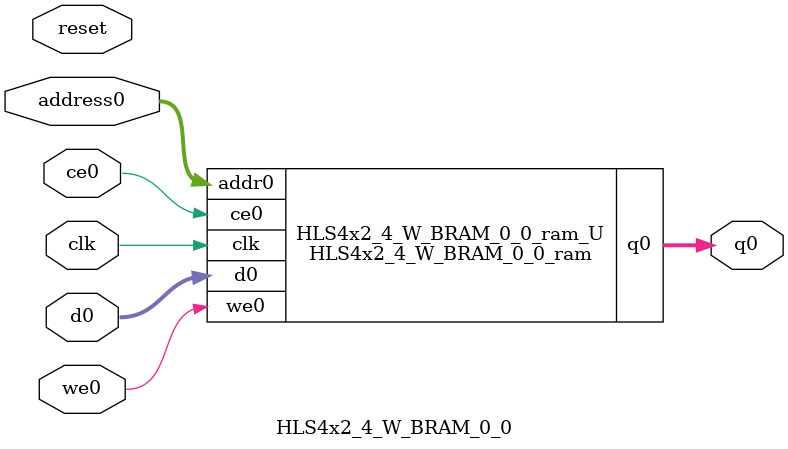
<source format=v>

`timescale 1 ns / 1 ps
module HLS4x2_4_W_BRAM_0_0_ram (addr0, ce0, d0, we0, q0,  clk);

parameter DWIDTH = 16;
parameter AWIDTH = 4;
parameter MEM_SIZE = 9;

input[AWIDTH-1:0] addr0;
input ce0;
input[DWIDTH-1:0] d0;
input we0;
output reg[DWIDTH-1:0] q0;
input clk;

(* ram_style = "distributed" *)reg [DWIDTH-1:0] ram[0:MEM_SIZE-1];




always @(posedge clk)  
begin 
    if (ce0) 
    begin
        if (we0) 
        begin 
            ram[addr0] <= d0; 
            q0 <= d0;
        end 
        else 
            q0 <= ram[addr0];
    end
end


endmodule


`timescale 1 ns / 1 ps
module HLS4x2_4_W_BRAM_0_0(
    reset,
    clk,
    address0,
    ce0,
    we0,
    d0,
    q0);

parameter DataWidth = 32'd16;
parameter AddressRange = 32'd9;
parameter AddressWidth = 32'd4;
input reset;
input clk;
input[AddressWidth - 1:0] address0;
input ce0;
input we0;
input[DataWidth - 1:0] d0;
output[DataWidth - 1:0] q0;



HLS4x2_4_W_BRAM_0_0_ram HLS4x2_4_W_BRAM_0_0_ram_U(
    .clk( clk ),
    .addr0( address0 ),
    .ce0( ce0 ),
    .d0( d0 ),
    .we0( we0 ),
    .q0( q0 ));

endmodule


</source>
